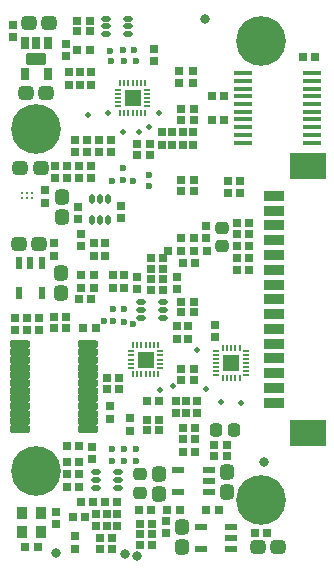
<source format=gbr>
G04*
G04 #@! TF.GenerationSoftware,Altium Limited,Altium Designer,24.9.1 (31)*
G04*
G04 Layer_Color=8388736*
%FSLAX44Y44*%
%MOMM*%
G71*
G04*
G04 #@! TF.SameCoordinates,6097D45C-0DD2-4A5D-A4EA-BA684B689CB3*
G04*
G04*
G04 #@! TF.FilePolarity,Negative*
G04*
G01*
G75*
G04:AMPARAMS|DCode=13|XSize=1.1mm|YSize=0.6mm|CornerRadius=0.05mm|HoleSize=0mm|Usage=FLASHONLY|Rotation=270.000|XOffset=0mm|YOffset=0mm|HoleType=Round|Shape=RoundedRectangle|*
%AMROUNDEDRECTD13*
21,1,1.1000,0.5000,0,0,270.0*
21,1,1.0000,0.6000,0,0,270.0*
1,1,0.1000,-0.2500,-0.5000*
1,1,0.1000,-0.2500,0.5000*
1,1,0.1000,0.2500,0.5000*
1,1,0.1000,0.2500,-0.5000*
%
%ADD13ROUNDEDRECTD13*%
G04:AMPARAMS|DCode=14|XSize=0.975mm|YSize=1.7mm|CornerRadius=0.05mm|HoleSize=0mm|Usage=FLASHONLY|Rotation=270.000|XOffset=0mm|YOffset=0mm|HoleType=Round|Shape=RoundedRectangle|*
%AMROUNDEDRECTD14*
21,1,0.9750,1.6000,0,0,270.0*
21,1,0.8750,1.7000,0,0,270.0*
1,1,0.1000,-0.8000,-0.4375*
1,1,0.1000,-0.8000,0.4375*
1,1,0.1000,0.8000,0.4375*
1,1,0.1000,0.8000,-0.4375*
%
%ADD14ROUNDEDRECTD14*%
%ADD15C,0.2000*%
%ADD18R,1.4478X1.4478*%
%ADD19R,0.1778X0.6096*%
%ADD20R,0.6096X0.1778*%
%ADD21R,1.4478X1.4478*%
%ADD25R,1.1000X0.6000*%
G04:AMPARAMS|DCode=26|XSize=1.5mm|YSize=0.4mm|CornerRadius=0.1mm|HoleSize=0mm|Usage=FLASHONLY|Rotation=0.000|XOffset=0mm|YOffset=0mm|HoleType=Round|Shape=RoundedRectangle|*
%AMROUNDEDRECTD26*
21,1,1.5000,0.2000,0,0,0.0*
21,1,1.3000,0.4000,0,0,0.0*
1,1,0.2000,0.6500,-0.1000*
1,1,0.2000,-0.6500,-0.1000*
1,1,0.2000,-0.6500,0.1000*
1,1,0.2000,0.6500,0.1000*
%
%ADD26ROUNDEDRECTD26*%
%ADD29R,0.6000X1.1000*%
%ADD35C,0.8000*%
G04:AMPARAMS|DCode=36|XSize=0.75mm|YSize=0.7mm|CornerRadius=0.2mm|HoleSize=0mm|Usage=FLASHONLY|Rotation=90.000|XOffset=0mm|YOffset=0mm|HoleType=Round|Shape=RoundedRectangle|*
%AMROUNDEDRECTD36*
21,1,0.7500,0.3000,0,0,90.0*
21,1,0.3500,0.7000,0,0,90.0*
1,1,0.4000,0.1500,0.1750*
1,1,0.4000,0.1500,-0.1750*
1,1,0.4000,-0.1500,-0.1750*
1,1,0.4000,-0.1500,0.1750*
%
%ADD36ROUNDEDRECTD36*%
G04:AMPARAMS|DCode=37|XSize=0.75mm|YSize=0.7mm|CornerRadius=0.2mm|HoleSize=0mm|Usage=FLASHONLY|Rotation=180.000|XOffset=0mm|YOffset=0mm|HoleType=Round|Shape=RoundedRectangle|*
%AMROUNDEDRECTD37*
21,1,0.7500,0.3000,0,0,180.0*
21,1,0.3500,0.7000,0,0,180.0*
1,1,0.4000,-0.1750,0.1500*
1,1,0.4000,0.1750,0.1500*
1,1,0.4000,0.1750,-0.1500*
1,1,0.4000,-0.1750,-0.1500*
%
%ADD37ROUNDEDRECTD37*%
G04:AMPARAMS|DCode=38|XSize=1.3032mm|YSize=1.2032mm|CornerRadius=0.3516mm|HoleSize=0mm|Usage=FLASHONLY|Rotation=180.000|XOffset=0mm|YOffset=0mm|HoleType=Round|Shape=RoundedRectangle|*
%AMROUNDEDRECTD38*
21,1,1.3032,0.5000,0,0,180.0*
21,1,0.6000,1.2032,0,0,180.0*
1,1,0.7032,-0.3000,0.2500*
1,1,0.7032,0.3000,0.2500*
1,1,0.7032,0.3000,-0.2500*
1,1,0.7032,-0.3000,-0.2500*
%
%ADD38ROUNDEDRECTD38*%
G04:AMPARAMS|DCode=39|XSize=1.1532mm|YSize=1.0532mm|CornerRadius=0.3141mm|HoleSize=0mm|Usage=FLASHONLY|Rotation=180.000|XOffset=0mm|YOffset=0mm|HoleType=Round|Shape=RoundedRectangle|*
%AMROUNDEDRECTD39*
21,1,1.1532,0.4250,0,0,180.0*
21,1,0.5250,1.0532,0,0,180.0*
1,1,0.6282,-0.2625,0.2125*
1,1,0.6282,0.2625,0.2125*
1,1,0.6282,0.2625,-0.2125*
1,1,0.6282,-0.2625,-0.2125*
%
%ADD39ROUNDEDRECTD39*%
%ADD40C,0.5000*%
G04:AMPARAMS|DCode=41|XSize=1.3032mm|YSize=1.2032mm|CornerRadius=0.3516mm|HoleSize=0mm|Usage=FLASHONLY|Rotation=90.000|XOffset=0mm|YOffset=0mm|HoleType=Round|Shape=RoundedRectangle|*
%AMROUNDEDRECTD41*
21,1,1.3032,0.5000,0,0,90.0*
21,1,0.6000,1.2032,0,0,90.0*
1,1,0.7032,0.2500,0.3000*
1,1,0.7032,0.2500,-0.3000*
1,1,0.7032,-0.2500,-0.3000*
1,1,0.7032,-0.2500,0.3000*
%
%ADD41ROUNDEDRECTD41*%
G04:AMPARAMS|DCode=42|XSize=1.1532mm|YSize=1.0532mm|CornerRadius=0.3141mm|HoleSize=0mm|Usage=FLASHONLY|Rotation=270.000|XOffset=0mm|YOffset=0mm|HoleType=Round|Shape=RoundedRectangle|*
%AMROUNDEDRECTD42*
21,1,1.1532,0.4250,0,0,270.0*
21,1,0.5250,1.0532,0,0,270.0*
1,1,0.6282,-0.2125,-0.2625*
1,1,0.6282,-0.2125,0.2625*
1,1,0.6282,0.2125,0.2625*
1,1,0.6282,0.2125,-0.2625*
%
%ADD42ROUNDEDRECTD42*%
G04:AMPARAMS|DCode=43|XSize=0.5032mm|YSize=0.8632mm|CornerRadius=0.1766mm|HoleSize=0mm|Usage=FLASHONLY|Rotation=0.000|XOffset=0mm|YOffset=0mm|HoleType=Round|Shape=RoundedRectangle|*
%AMROUNDEDRECTD43*
21,1,0.5032,0.5100,0,0,0.0*
21,1,0.1500,0.8632,0,0,0.0*
1,1,0.3532,0.0750,-0.2550*
1,1,0.3532,-0.0750,-0.2550*
1,1,0.3532,-0.0750,0.2550*
1,1,0.3532,0.0750,0.2550*
%
%ADD43ROUNDEDRECTD43*%
G04:AMPARAMS|DCode=44|XSize=1.7032mm|YSize=0.6532mm|CornerRadius=0.2141mm|HoleSize=0mm|Usage=FLASHONLY|Rotation=0.000|XOffset=0mm|YOffset=0mm|HoleType=Round|Shape=RoundedRectangle|*
%AMROUNDEDRECTD44*
21,1,1.7032,0.2250,0,0,0.0*
21,1,1.2750,0.6532,0,0,0.0*
1,1,0.4282,0.6375,-0.1125*
1,1,0.4282,-0.6375,-0.1125*
1,1,0.4282,-0.6375,0.1125*
1,1,0.4282,0.6375,0.1125*
%
%ADD44ROUNDEDRECTD44*%
G04:AMPARAMS|DCode=45|XSize=0.5032mm|YSize=0.8632mm|CornerRadius=0.1766mm|HoleSize=0mm|Usage=FLASHONLY|Rotation=90.000|XOffset=0mm|YOffset=0mm|HoleType=Round|Shape=RoundedRectangle|*
%AMROUNDEDRECTD45*
21,1,0.5032,0.5100,0,0,90.0*
21,1,0.1500,0.8632,0,0,90.0*
1,1,0.3532,0.2550,0.0750*
1,1,0.3532,0.2550,-0.0750*
1,1,0.3532,-0.2550,-0.0750*
1,1,0.3532,-0.2550,0.0750*
%
%ADD45ROUNDEDRECTD45*%
%ADD46R,1.7524X0.9524*%
%ADD47R,3.1524X2.2524*%
%ADD48R,0.8532X1.0532*%
%ADD49C,0.6000*%
%ADD50C,4.2032*%
D13*
X34500Y437000D02*
D03*
X25000D02*
D03*
X15500D02*
D03*
Y411000D02*
D03*
X34500D02*
D03*
D14*
X25000Y423375D02*
D03*
D15*
X13000Y310000D02*
D03*
X17000D02*
D03*
X21000D02*
D03*
Y306000D02*
D03*
X17000D02*
D03*
X13000D02*
D03*
D18*
X117500Y169000D02*
D03*
X106500Y390500D02*
D03*
D19*
X107000Y181500D02*
D03*
X110500D02*
D03*
X114000D02*
D03*
X117500D02*
D03*
X121000D02*
D03*
X124500D02*
D03*
X128000D02*
D03*
Y156500D02*
D03*
X124500D02*
D03*
X121000D02*
D03*
X117500D02*
D03*
X114000D02*
D03*
X110500D02*
D03*
X107000D02*
D03*
X183000Y153500D02*
D03*
X186500D02*
D03*
X190000D02*
D03*
X193500D02*
D03*
X197000D02*
D03*
Y178500D02*
D03*
X193500D02*
D03*
X190000D02*
D03*
X186500D02*
D03*
X183000D02*
D03*
X96000Y403000D02*
D03*
X99500D02*
D03*
X103000D02*
D03*
X106500D02*
D03*
X110000D02*
D03*
X113500D02*
D03*
X117000D02*
D03*
Y378000D02*
D03*
X113500D02*
D03*
X110000D02*
D03*
X106500D02*
D03*
X103000D02*
D03*
X99500D02*
D03*
X96000D02*
D03*
D20*
X130000Y176000D02*
D03*
Y172500D02*
D03*
Y169000D02*
D03*
Y165500D02*
D03*
Y162000D02*
D03*
X105000D02*
D03*
Y165500D02*
D03*
Y169000D02*
D03*
Y172500D02*
D03*
Y176000D02*
D03*
X202500Y155500D02*
D03*
Y159000D02*
D03*
Y162500D02*
D03*
Y166000D02*
D03*
Y169500D02*
D03*
Y173000D02*
D03*
Y176500D02*
D03*
X177500D02*
D03*
Y173000D02*
D03*
Y169500D02*
D03*
Y166000D02*
D03*
Y162500D02*
D03*
Y159000D02*
D03*
Y155500D02*
D03*
X119000Y397500D02*
D03*
Y394000D02*
D03*
Y390500D02*
D03*
Y387000D02*
D03*
Y383500D02*
D03*
X94000D02*
D03*
Y387000D02*
D03*
Y390500D02*
D03*
Y394000D02*
D03*
Y397500D02*
D03*
D21*
X190000Y166000D02*
D03*
D25*
X190005Y8502D02*
D03*
Y18002D02*
D03*
Y27502D02*
D03*
X164005D02*
D03*
Y8502D02*
D03*
X145006Y56502D02*
D03*
Y75502D02*
D03*
X171006D02*
D03*
Y66002D02*
D03*
Y56502D02*
D03*
D26*
X258000Y411250D02*
D03*
Y404750D02*
D03*
Y398250D02*
D03*
Y391750D02*
D03*
Y385250D02*
D03*
Y378750D02*
D03*
Y372250D02*
D03*
Y365750D02*
D03*
Y359250D02*
D03*
Y352750D02*
D03*
X200000Y352750D02*
D03*
Y359250D02*
D03*
Y365750D02*
D03*
Y372250D02*
D03*
Y378750D02*
D03*
Y385250D02*
D03*
Y391750D02*
D03*
Y398250D02*
D03*
Y404750D02*
D03*
Y411250D02*
D03*
D29*
X29500Y225000D02*
D03*
X10500D02*
D03*
Y251000D02*
D03*
X20000D02*
D03*
X29500D02*
D03*
D35*
X110000Y3000D02*
D03*
X100000Y4000D02*
D03*
X42000Y5000D02*
D03*
X168000Y457000D02*
D03*
X218000Y82000D02*
D03*
D36*
X32000Y312250D02*
D03*
Y301750D02*
D03*
X87000Y118750D02*
D03*
Y129250D02*
D03*
X83000Y256750D02*
D03*
Y267250D02*
D03*
X72000Y95250D02*
D03*
Y84750D02*
D03*
X74000Y267250D02*
D03*
Y256750D02*
D03*
X50000Y436250D02*
D03*
Y425750D02*
D03*
X63000Y264750D02*
D03*
Y275250D02*
D03*
X135000Y32250D02*
D03*
Y21750D02*
D03*
X99000Y229750D02*
D03*
Y240250D02*
D03*
X143000Y123750D02*
D03*
Y134250D02*
D03*
X152000Y123750D02*
D03*
Y134250D02*
D03*
X149000Y361250D02*
D03*
Y350750D02*
D03*
X90000Y240250D02*
D03*
Y229750D02*
D03*
X104000Y119250D02*
D03*
Y108750D02*
D03*
X74000Y229750D02*
D03*
Y240250D02*
D03*
X84500Y38250D02*
D03*
Y27750D02*
D03*
X93500D02*
D03*
Y38250D02*
D03*
X58000Y19250D02*
D03*
Y8750D02*
D03*
X61000Y82250D02*
D03*
Y71750D02*
D03*
X51000D02*
D03*
Y82250D02*
D03*
X144000Y228750D02*
D03*
Y239250D02*
D03*
X78000Y344750D02*
D03*
Y355250D02*
D03*
X61000Y322750D02*
D03*
Y333250D02*
D03*
X53000Y401750D02*
D03*
Y412250D02*
D03*
X71000Y401750D02*
D03*
Y412250D02*
D03*
X63000Y240250D02*
D03*
Y229750D02*
D03*
X71000Y333250D02*
D03*
Y322750D02*
D03*
X146000Y413250D02*
D03*
Y402750D02*
D03*
X140000Y361250D02*
D03*
Y350750D02*
D03*
X88000Y344750D02*
D03*
Y355250D02*
D03*
X58000D02*
D03*
Y344750D02*
D03*
X169000Y271750D02*
D03*
Y282250D02*
D03*
X41000Y322750D02*
D03*
Y333250D02*
D03*
X40000Y256750D02*
D03*
Y267250D02*
D03*
X5000Y441750D02*
D03*
Y452250D02*
D03*
X68000Y344750D02*
D03*
Y355250D02*
D03*
X110000Y239250D02*
D03*
Y228750D02*
D03*
X27000Y204250D02*
D03*
Y193750D02*
D03*
X97000Y288750D02*
D03*
Y299250D02*
D03*
X125000Y432250D02*
D03*
Y421750D02*
D03*
X51000Y333250D02*
D03*
Y322750D02*
D03*
X62000Y412250D02*
D03*
Y401750D02*
D03*
X144000Y197250D02*
D03*
Y186750D02*
D03*
X158000Y413250D02*
D03*
Y402750D02*
D03*
X197000Y309750D02*
D03*
Y320250D02*
D03*
X187000Y309750D02*
D03*
Y320250D02*
D03*
X131000Y361250D02*
D03*
Y350750D02*
D03*
X158000D02*
D03*
Y361250D02*
D03*
X75500Y38250D02*
D03*
Y27750D02*
D03*
X161000Y123750D02*
D03*
Y134250D02*
D03*
X153000Y186750D02*
D03*
Y197250D02*
D03*
X176000Y198250D02*
D03*
Y187750D02*
D03*
X42000Y40250D02*
D03*
Y29750D02*
D03*
X60000Y287750D02*
D03*
Y298250D02*
D03*
D37*
X61250Y96000D02*
D03*
X50750D02*
D03*
X121750Y255000D02*
D03*
X132250D02*
D03*
X121750Y246000D02*
D03*
X132250D02*
D03*
X55750Y36000D02*
D03*
X66250D02*
D03*
X73250Y48000D02*
D03*
X62750D02*
D03*
X132250Y237000D02*
D03*
X121750D02*
D03*
X59750Y431000D02*
D03*
X70250D02*
D03*
X132250Y228000D02*
D03*
X121750D02*
D03*
X82750Y48000D02*
D03*
X93250D02*
D03*
X112750Y21000D02*
D03*
X123250D02*
D03*
X112750Y30000D02*
D03*
X123250D02*
D03*
X112750Y12000D02*
D03*
X123250D02*
D03*
X75250Y196000D02*
D03*
X64750D02*
D03*
X147750Y161000D02*
D03*
X158250D02*
D03*
X147750Y152000D02*
D03*
X158250D02*
D03*
X84750Y144000D02*
D03*
X95250D02*
D03*
Y153000D02*
D03*
X84750D02*
D03*
X159250Y111000D02*
D03*
X148750D02*
D03*
X158250Y381000D02*
D03*
X147750D02*
D03*
X158250Y209000D02*
D03*
X147750D02*
D03*
X50250Y205000D02*
D03*
X39750D02*
D03*
X158750Y261000D02*
D03*
X169250D02*
D03*
X158250Y272000D02*
D03*
X147750D02*
D03*
X158250Y321000D02*
D03*
X147750D02*
D03*
Y372000D02*
D03*
X158250D02*
D03*
X168750Y42000D02*
D03*
X179250D02*
D03*
X159250Y91000D02*
D03*
X148750D02*
D03*
X158250Y218000D02*
D03*
X147750D02*
D03*
X111750Y42000D02*
D03*
X122250D02*
D03*
X159250Y102000D02*
D03*
X148750D02*
D03*
X209750Y22000D02*
D03*
X220250D02*
D03*
X175750Y87000D02*
D03*
X186250D02*
D03*
X61250Y61000D02*
D03*
X50750D02*
D03*
X175750Y97000D02*
D03*
X186250D02*
D03*
X129250Y109000D02*
D03*
X118750D02*
D03*
Y134000D02*
D03*
X129250D02*
D03*
X118750Y118000D02*
D03*
X129250D02*
D03*
X26000Y10000D02*
D03*
X15500D02*
D03*
X17250Y204000D02*
D03*
X6750D02*
D03*
X17250Y194000D02*
D03*
X6750D02*
D03*
X194750Y265000D02*
D03*
X205250D02*
D03*
X194750Y275000D02*
D03*
X205250D02*
D03*
X136750Y261000D02*
D03*
X147250D02*
D03*
X78750Y18000D02*
D03*
X89250D02*
D03*
X39750Y196000D02*
D03*
X50250D02*
D03*
X60750Y220000D02*
D03*
X71250D02*
D03*
X148750Y251000D02*
D03*
X159250D02*
D03*
X59796Y446864D02*
D03*
X70296D02*
D03*
X173750Y392000D02*
D03*
X184250D02*
D03*
X173750Y372000D02*
D03*
X184250D02*
D03*
X121075Y351265D02*
D03*
X110575D02*
D03*
X121075Y342266D02*
D03*
X110575D02*
D03*
X147750Y312000D02*
D03*
X158250D02*
D03*
X146250Y42000D02*
D03*
X135750D02*
D03*
X78750Y9000D02*
D03*
X89250D02*
D03*
X59796Y455864D02*
D03*
X70296D02*
D03*
X250750Y425000D02*
D03*
X261250D02*
D03*
X194750Y285000D02*
D03*
X205250D02*
D03*
X194750Y245000D02*
D03*
X205250D02*
D03*
X194750Y255000D02*
D03*
X205250D02*
D03*
D38*
X11500Y331000D02*
D03*
X28500D02*
D03*
X27500Y267000D02*
D03*
X10500D02*
D03*
X229500Y10000D02*
D03*
X212500D02*
D03*
X16500Y395000D02*
D03*
X33500D02*
D03*
X18500Y454000D02*
D03*
X35500D02*
D03*
D39*
X182000Y280750D02*
D03*
Y265250D02*
D03*
X113000Y71750D02*
D03*
Y56250D02*
D03*
D40*
X198000Y132000D02*
D03*
X181000Y133000D02*
D03*
X169000Y144000D02*
D03*
X161000Y177000D02*
D03*
X130000Y143000D02*
D03*
X141000Y147000D02*
D03*
X69000Y376000D02*
D03*
X86000Y378000D02*
D03*
X98000Y362000D02*
D03*
X112000D02*
D03*
X120000Y366000D02*
D03*
X129000Y378000D02*
D03*
D41*
X148000Y27500D02*
D03*
Y10500D02*
D03*
X46000Y242000D02*
D03*
Y225000D02*
D03*
X129006Y72502D02*
D03*
Y55502D02*
D03*
X186000Y73500D02*
D03*
Y56500D02*
D03*
X47000Y306500D02*
D03*
Y289500D02*
D03*
D42*
X192750Y109000D02*
D03*
X177250D02*
D03*
D43*
X72500Y305200D02*
D03*
X79000D02*
D03*
X85500D02*
D03*
X72500Y286800D02*
D03*
X79000D02*
D03*
X85500D02*
D03*
D44*
X11000Y175250D02*
D03*
Y168750D02*
D03*
Y162250D02*
D03*
Y155750D02*
D03*
Y149250D02*
D03*
Y142750D02*
D03*
Y136250D02*
D03*
Y129750D02*
D03*
Y123250D02*
D03*
Y116750D02*
D03*
Y110250D02*
D03*
X69000D02*
D03*
Y116750D02*
D03*
Y123250D02*
D03*
Y129750D02*
D03*
Y136250D02*
D03*
Y142750D02*
D03*
Y149250D02*
D03*
Y155750D02*
D03*
Y162250D02*
D03*
Y168750D02*
D03*
Y175250D02*
D03*
Y181750D02*
D03*
X11000D02*
D03*
D45*
X94200Y73500D02*
D03*
Y67000D02*
D03*
Y60500D02*
D03*
X75800Y73500D02*
D03*
Y67000D02*
D03*
Y60500D02*
D03*
X113800Y204500D02*
D03*
Y211000D02*
D03*
Y217500D02*
D03*
X132200Y204500D02*
D03*
Y211000D02*
D03*
Y217500D02*
D03*
X102400Y457500D02*
D03*
Y451000D02*
D03*
Y444500D02*
D03*
X84000Y457500D02*
D03*
Y451000D02*
D03*
Y444500D02*
D03*
D46*
X226000Y132500D02*
D03*
Y145000D02*
D03*
Y157500D02*
D03*
Y170000D02*
D03*
Y182500D02*
D03*
Y195000D02*
D03*
Y207500D02*
D03*
Y220000D02*
D03*
Y232500D02*
D03*
Y245000D02*
D03*
Y257500D02*
D03*
Y270000D02*
D03*
Y282500D02*
D03*
Y295000D02*
D03*
Y307500D02*
D03*
D47*
X255000Y333000D02*
D03*
Y107000D02*
D03*
D48*
X29250Y23250D02*
D03*
X12750D02*
D03*
Y38750D02*
D03*
X29250D02*
D03*
D49*
X109000Y83000D02*
D03*
X89000D02*
D03*
Y93000D02*
D03*
X107000Y199000D02*
D03*
X99000Y201000D02*
D03*
Y212000D02*
D03*
X82000Y202000D02*
D03*
X90000D02*
D03*
Y212000D02*
D03*
X108000Y431000D02*
D03*
X109000Y422000D02*
D03*
X107000Y320000D02*
D03*
X98000Y331000D02*
D03*
X89000Y320000D02*
D03*
X98000Y321000D02*
D03*
X120000Y316000D02*
D03*
Y325000D02*
D03*
X87000Y430000D02*
D03*
X88000Y422000D02*
D03*
X98000Y431000D02*
D03*
X99000Y422000D02*
D03*
Y83000D02*
D03*
Y93000D02*
D03*
X109000D02*
D03*
D50*
X215000Y439000D02*
D03*
X25000Y75000D02*
D03*
X215000Y50000D02*
D03*
X25000Y364000D02*
D03*
M02*

</source>
